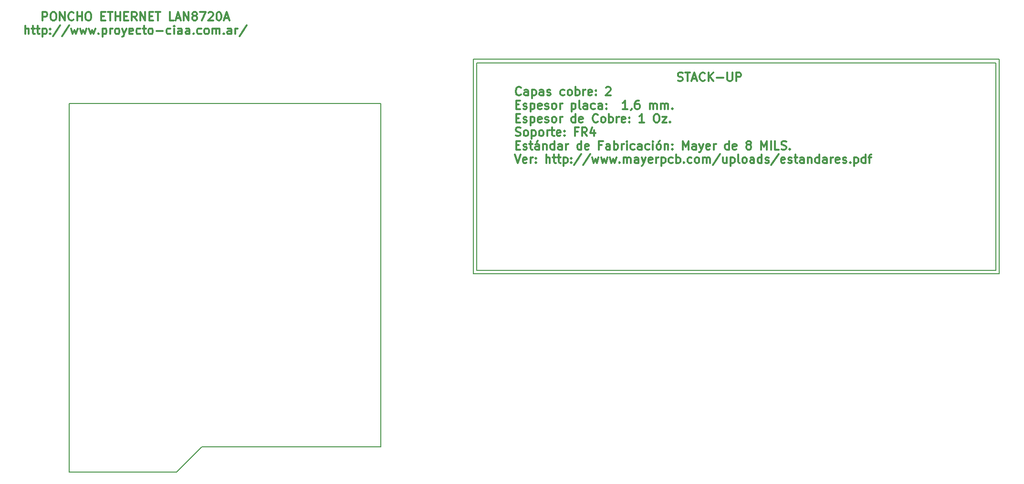
<source format=gbr>
G04 #@! TF.FileFunction,Drawing*
%FSLAX46Y46*%
G04 Gerber Fmt 4.6, Leading zero omitted, Abs format (unit mm)*
G04 Created by KiCad (PCBNEW 4.0.2+dfsg1-2~bpo8+1-stable) date lun 17 oct 2016 17:04:15 ART*
%MOMM*%
G01*
G04 APERTURE LIST*
%ADD10C,0.100000*%
%ADD11C,0.150000*%
%ADD12C,0.300000*%
%ADD13C,0.200000*%
G04 APERTURE END LIST*
D10*
D11*
X91195000Y-68750000D02*
X91195000Y-134155000D01*
X146440000Y-68750000D02*
X91195000Y-68750000D01*
X146440000Y-129710000D02*
X146440000Y-68750000D01*
X114690000Y-129710000D02*
X146440000Y-129710000D01*
X110245000Y-134155000D02*
X114690000Y-129710000D01*
X91195000Y-134155000D02*
X110245000Y-134155000D01*
D12*
X171304286Y-67145714D02*
X171232857Y-67217143D01*
X171018571Y-67288571D01*
X170875714Y-67288571D01*
X170661429Y-67217143D01*
X170518571Y-67074286D01*
X170447143Y-66931429D01*
X170375714Y-66645714D01*
X170375714Y-66431429D01*
X170447143Y-66145714D01*
X170518571Y-66002857D01*
X170661429Y-65860000D01*
X170875714Y-65788571D01*
X171018571Y-65788571D01*
X171232857Y-65860000D01*
X171304286Y-65931429D01*
X172590000Y-67288571D02*
X172590000Y-66502857D01*
X172518571Y-66360000D01*
X172375714Y-66288571D01*
X172090000Y-66288571D01*
X171947143Y-66360000D01*
X172590000Y-67217143D02*
X172447143Y-67288571D01*
X172090000Y-67288571D01*
X171947143Y-67217143D01*
X171875714Y-67074286D01*
X171875714Y-66931429D01*
X171947143Y-66788571D01*
X172090000Y-66717143D01*
X172447143Y-66717143D01*
X172590000Y-66645714D01*
X173304286Y-66288571D02*
X173304286Y-67788571D01*
X173304286Y-66360000D02*
X173447143Y-66288571D01*
X173732857Y-66288571D01*
X173875714Y-66360000D01*
X173947143Y-66431429D01*
X174018572Y-66574286D01*
X174018572Y-67002857D01*
X173947143Y-67145714D01*
X173875714Y-67217143D01*
X173732857Y-67288571D01*
X173447143Y-67288571D01*
X173304286Y-67217143D01*
X175304286Y-67288571D02*
X175304286Y-66502857D01*
X175232857Y-66360000D01*
X175090000Y-66288571D01*
X174804286Y-66288571D01*
X174661429Y-66360000D01*
X175304286Y-67217143D02*
X175161429Y-67288571D01*
X174804286Y-67288571D01*
X174661429Y-67217143D01*
X174590000Y-67074286D01*
X174590000Y-66931429D01*
X174661429Y-66788571D01*
X174804286Y-66717143D01*
X175161429Y-66717143D01*
X175304286Y-66645714D01*
X175947143Y-67217143D02*
X176090000Y-67288571D01*
X176375715Y-67288571D01*
X176518572Y-67217143D01*
X176590000Y-67074286D01*
X176590000Y-67002857D01*
X176518572Y-66860000D01*
X176375715Y-66788571D01*
X176161429Y-66788571D01*
X176018572Y-66717143D01*
X175947143Y-66574286D01*
X175947143Y-66502857D01*
X176018572Y-66360000D01*
X176161429Y-66288571D01*
X176375715Y-66288571D01*
X176518572Y-66360000D01*
X179018572Y-67217143D02*
X178875715Y-67288571D01*
X178590001Y-67288571D01*
X178447143Y-67217143D01*
X178375715Y-67145714D01*
X178304286Y-67002857D01*
X178304286Y-66574286D01*
X178375715Y-66431429D01*
X178447143Y-66360000D01*
X178590001Y-66288571D01*
X178875715Y-66288571D01*
X179018572Y-66360000D01*
X179875715Y-67288571D02*
X179732857Y-67217143D01*
X179661429Y-67145714D01*
X179590000Y-67002857D01*
X179590000Y-66574286D01*
X179661429Y-66431429D01*
X179732857Y-66360000D01*
X179875715Y-66288571D01*
X180090000Y-66288571D01*
X180232857Y-66360000D01*
X180304286Y-66431429D01*
X180375715Y-66574286D01*
X180375715Y-67002857D01*
X180304286Y-67145714D01*
X180232857Y-67217143D01*
X180090000Y-67288571D01*
X179875715Y-67288571D01*
X181018572Y-67288571D02*
X181018572Y-65788571D01*
X181018572Y-66360000D02*
X181161429Y-66288571D01*
X181447143Y-66288571D01*
X181590000Y-66360000D01*
X181661429Y-66431429D01*
X181732858Y-66574286D01*
X181732858Y-67002857D01*
X181661429Y-67145714D01*
X181590000Y-67217143D01*
X181447143Y-67288571D01*
X181161429Y-67288571D01*
X181018572Y-67217143D01*
X182375715Y-67288571D02*
X182375715Y-66288571D01*
X182375715Y-66574286D02*
X182447143Y-66431429D01*
X182518572Y-66360000D01*
X182661429Y-66288571D01*
X182804286Y-66288571D01*
X183875714Y-67217143D02*
X183732857Y-67288571D01*
X183447143Y-67288571D01*
X183304286Y-67217143D01*
X183232857Y-67074286D01*
X183232857Y-66502857D01*
X183304286Y-66360000D01*
X183447143Y-66288571D01*
X183732857Y-66288571D01*
X183875714Y-66360000D01*
X183947143Y-66502857D01*
X183947143Y-66645714D01*
X183232857Y-66788571D01*
X184590000Y-67145714D02*
X184661428Y-67217143D01*
X184590000Y-67288571D01*
X184518571Y-67217143D01*
X184590000Y-67145714D01*
X184590000Y-67288571D01*
X184590000Y-66360000D02*
X184661428Y-66431429D01*
X184590000Y-66502857D01*
X184518571Y-66431429D01*
X184590000Y-66360000D01*
X184590000Y-66502857D01*
X186375714Y-65931429D02*
X186447143Y-65860000D01*
X186590000Y-65788571D01*
X186947143Y-65788571D01*
X187090000Y-65860000D01*
X187161429Y-65931429D01*
X187232857Y-66074286D01*
X187232857Y-66217143D01*
X187161429Y-66431429D01*
X186304286Y-67288571D01*
X187232857Y-67288571D01*
X170447143Y-68902857D02*
X170947143Y-68902857D01*
X171161429Y-69688571D02*
X170447143Y-69688571D01*
X170447143Y-68188571D01*
X171161429Y-68188571D01*
X171732857Y-69617143D02*
X171875714Y-69688571D01*
X172161429Y-69688571D01*
X172304286Y-69617143D01*
X172375714Y-69474286D01*
X172375714Y-69402857D01*
X172304286Y-69260000D01*
X172161429Y-69188571D01*
X171947143Y-69188571D01*
X171804286Y-69117143D01*
X171732857Y-68974286D01*
X171732857Y-68902857D01*
X171804286Y-68760000D01*
X171947143Y-68688571D01*
X172161429Y-68688571D01*
X172304286Y-68760000D01*
X173018572Y-68688571D02*
X173018572Y-70188571D01*
X173018572Y-68760000D02*
X173161429Y-68688571D01*
X173447143Y-68688571D01*
X173590000Y-68760000D01*
X173661429Y-68831429D01*
X173732858Y-68974286D01*
X173732858Y-69402857D01*
X173661429Y-69545714D01*
X173590000Y-69617143D01*
X173447143Y-69688571D01*
X173161429Y-69688571D01*
X173018572Y-69617143D01*
X174947143Y-69617143D02*
X174804286Y-69688571D01*
X174518572Y-69688571D01*
X174375715Y-69617143D01*
X174304286Y-69474286D01*
X174304286Y-68902857D01*
X174375715Y-68760000D01*
X174518572Y-68688571D01*
X174804286Y-68688571D01*
X174947143Y-68760000D01*
X175018572Y-68902857D01*
X175018572Y-69045714D01*
X174304286Y-69188571D01*
X175590000Y-69617143D02*
X175732857Y-69688571D01*
X176018572Y-69688571D01*
X176161429Y-69617143D01*
X176232857Y-69474286D01*
X176232857Y-69402857D01*
X176161429Y-69260000D01*
X176018572Y-69188571D01*
X175804286Y-69188571D01*
X175661429Y-69117143D01*
X175590000Y-68974286D01*
X175590000Y-68902857D01*
X175661429Y-68760000D01*
X175804286Y-68688571D01*
X176018572Y-68688571D01*
X176161429Y-68760000D01*
X177090001Y-69688571D02*
X176947143Y-69617143D01*
X176875715Y-69545714D01*
X176804286Y-69402857D01*
X176804286Y-68974286D01*
X176875715Y-68831429D01*
X176947143Y-68760000D01*
X177090001Y-68688571D01*
X177304286Y-68688571D01*
X177447143Y-68760000D01*
X177518572Y-68831429D01*
X177590001Y-68974286D01*
X177590001Y-69402857D01*
X177518572Y-69545714D01*
X177447143Y-69617143D01*
X177304286Y-69688571D01*
X177090001Y-69688571D01*
X178232858Y-69688571D02*
X178232858Y-68688571D01*
X178232858Y-68974286D02*
X178304286Y-68831429D01*
X178375715Y-68760000D01*
X178518572Y-68688571D01*
X178661429Y-68688571D01*
X180304286Y-68688571D02*
X180304286Y-70188571D01*
X180304286Y-68760000D02*
X180447143Y-68688571D01*
X180732857Y-68688571D01*
X180875714Y-68760000D01*
X180947143Y-68831429D01*
X181018572Y-68974286D01*
X181018572Y-69402857D01*
X180947143Y-69545714D01*
X180875714Y-69617143D01*
X180732857Y-69688571D01*
X180447143Y-69688571D01*
X180304286Y-69617143D01*
X181875715Y-69688571D02*
X181732857Y-69617143D01*
X181661429Y-69474286D01*
X181661429Y-68188571D01*
X183090000Y-69688571D02*
X183090000Y-68902857D01*
X183018571Y-68760000D01*
X182875714Y-68688571D01*
X182590000Y-68688571D01*
X182447143Y-68760000D01*
X183090000Y-69617143D02*
X182947143Y-69688571D01*
X182590000Y-69688571D01*
X182447143Y-69617143D01*
X182375714Y-69474286D01*
X182375714Y-69331429D01*
X182447143Y-69188571D01*
X182590000Y-69117143D01*
X182947143Y-69117143D01*
X183090000Y-69045714D01*
X184447143Y-69617143D02*
X184304286Y-69688571D01*
X184018572Y-69688571D01*
X183875714Y-69617143D01*
X183804286Y-69545714D01*
X183732857Y-69402857D01*
X183732857Y-68974286D01*
X183804286Y-68831429D01*
X183875714Y-68760000D01*
X184018572Y-68688571D01*
X184304286Y-68688571D01*
X184447143Y-68760000D01*
X185732857Y-69688571D02*
X185732857Y-68902857D01*
X185661428Y-68760000D01*
X185518571Y-68688571D01*
X185232857Y-68688571D01*
X185090000Y-68760000D01*
X185732857Y-69617143D02*
X185590000Y-69688571D01*
X185232857Y-69688571D01*
X185090000Y-69617143D01*
X185018571Y-69474286D01*
X185018571Y-69331429D01*
X185090000Y-69188571D01*
X185232857Y-69117143D01*
X185590000Y-69117143D01*
X185732857Y-69045714D01*
X186447143Y-69545714D02*
X186518571Y-69617143D01*
X186447143Y-69688571D01*
X186375714Y-69617143D01*
X186447143Y-69545714D01*
X186447143Y-69688571D01*
X186447143Y-68760000D02*
X186518571Y-68831429D01*
X186447143Y-68902857D01*
X186375714Y-68831429D01*
X186447143Y-68760000D01*
X186447143Y-68902857D01*
X190232857Y-69688571D02*
X189375714Y-69688571D01*
X189804286Y-69688571D02*
X189804286Y-68188571D01*
X189661429Y-68402857D01*
X189518571Y-68545714D01*
X189375714Y-68617143D01*
X190947142Y-69617143D02*
X190947142Y-69688571D01*
X190875714Y-69831429D01*
X190804285Y-69902857D01*
X192232857Y-68188571D02*
X191947143Y-68188571D01*
X191804286Y-68260000D01*
X191732857Y-68331429D01*
X191590000Y-68545714D01*
X191518571Y-68831429D01*
X191518571Y-69402857D01*
X191590000Y-69545714D01*
X191661428Y-69617143D01*
X191804286Y-69688571D01*
X192090000Y-69688571D01*
X192232857Y-69617143D01*
X192304286Y-69545714D01*
X192375714Y-69402857D01*
X192375714Y-69045714D01*
X192304286Y-68902857D01*
X192232857Y-68831429D01*
X192090000Y-68760000D01*
X191804286Y-68760000D01*
X191661428Y-68831429D01*
X191590000Y-68902857D01*
X191518571Y-69045714D01*
X194161428Y-69688571D02*
X194161428Y-68688571D01*
X194161428Y-68831429D02*
X194232856Y-68760000D01*
X194375714Y-68688571D01*
X194589999Y-68688571D01*
X194732856Y-68760000D01*
X194804285Y-68902857D01*
X194804285Y-69688571D01*
X194804285Y-68902857D02*
X194875714Y-68760000D01*
X195018571Y-68688571D01*
X195232856Y-68688571D01*
X195375714Y-68760000D01*
X195447142Y-68902857D01*
X195447142Y-69688571D01*
X196161428Y-69688571D02*
X196161428Y-68688571D01*
X196161428Y-68831429D02*
X196232856Y-68760000D01*
X196375714Y-68688571D01*
X196589999Y-68688571D01*
X196732856Y-68760000D01*
X196804285Y-68902857D01*
X196804285Y-69688571D01*
X196804285Y-68902857D02*
X196875714Y-68760000D01*
X197018571Y-68688571D01*
X197232856Y-68688571D01*
X197375714Y-68760000D01*
X197447142Y-68902857D01*
X197447142Y-69688571D01*
X198161428Y-69545714D02*
X198232856Y-69617143D01*
X198161428Y-69688571D01*
X198089999Y-69617143D01*
X198161428Y-69545714D01*
X198161428Y-69688571D01*
X170447143Y-71302857D02*
X170947143Y-71302857D01*
X171161429Y-72088571D02*
X170447143Y-72088571D01*
X170447143Y-70588571D01*
X171161429Y-70588571D01*
X171732857Y-72017143D02*
X171875714Y-72088571D01*
X172161429Y-72088571D01*
X172304286Y-72017143D01*
X172375714Y-71874286D01*
X172375714Y-71802857D01*
X172304286Y-71660000D01*
X172161429Y-71588571D01*
X171947143Y-71588571D01*
X171804286Y-71517143D01*
X171732857Y-71374286D01*
X171732857Y-71302857D01*
X171804286Y-71160000D01*
X171947143Y-71088571D01*
X172161429Y-71088571D01*
X172304286Y-71160000D01*
X173018572Y-71088571D02*
X173018572Y-72588571D01*
X173018572Y-71160000D02*
X173161429Y-71088571D01*
X173447143Y-71088571D01*
X173590000Y-71160000D01*
X173661429Y-71231429D01*
X173732858Y-71374286D01*
X173732858Y-71802857D01*
X173661429Y-71945714D01*
X173590000Y-72017143D01*
X173447143Y-72088571D01*
X173161429Y-72088571D01*
X173018572Y-72017143D01*
X174947143Y-72017143D02*
X174804286Y-72088571D01*
X174518572Y-72088571D01*
X174375715Y-72017143D01*
X174304286Y-71874286D01*
X174304286Y-71302857D01*
X174375715Y-71160000D01*
X174518572Y-71088571D01*
X174804286Y-71088571D01*
X174947143Y-71160000D01*
X175018572Y-71302857D01*
X175018572Y-71445714D01*
X174304286Y-71588571D01*
X175590000Y-72017143D02*
X175732857Y-72088571D01*
X176018572Y-72088571D01*
X176161429Y-72017143D01*
X176232857Y-71874286D01*
X176232857Y-71802857D01*
X176161429Y-71660000D01*
X176018572Y-71588571D01*
X175804286Y-71588571D01*
X175661429Y-71517143D01*
X175590000Y-71374286D01*
X175590000Y-71302857D01*
X175661429Y-71160000D01*
X175804286Y-71088571D01*
X176018572Y-71088571D01*
X176161429Y-71160000D01*
X177090001Y-72088571D02*
X176947143Y-72017143D01*
X176875715Y-71945714D01*
X176804286Y-71802857D01*
X176804286Y-71374286D01*
X176875715Y-71231429D01*
X176947143Y-71160000D01*
X177090001Y-71088571D01*
X177304286Y-71088571D01*
X177447143Y-71160000D01*
X177518572Y-71231429D01*
X177590001Y-71374286D01*
X177590001Y-71802857D01*
X177518572Y-71945714D01*
X177447143Y-72017143D01*
X177304286Y-72088571D01*
X177090001Y-72088571D01*
X178232858Y-72088571D02*
X178232858Y-71088571D01*
X178232858Y-71374286D02*
X178304286Y-71231429D01*
X178375715Y-71160000D01*
X178518572Y-71088571D01*
X178661429Y-71088571D01*
X180947143Y-72088571D02*
X180947143Y-70588571D01*
X180947143Y-72017143D02*
X180804286Y-72088571D01*
X180518572Y-72088571D01*
X180375714Y-72017143D01*
X180304286Y-71945714D01*
X180232857Y-71802857D01*
X180232857Y-71374286D01*
X180304286Y-71231429D01*
X180375714Y-71160000D01*
X180518572Y-71088571D01*
X180804286Y-71088571D01*
X180947143Y-71160000D01*
X182232857Y-72017143D02*
X182090000Y-72088571D01*
X181804286Y-72088571D01*
X181661429Y-72017143D01*
X181590000Y-71874286D01*
X181590000Y-71302857D01*
X181661429Y-71160000D01*
X181804286Y-71088571D01*
X182090000Y-71088571D01*
X182232857Y-71160000D01*
X182304286Y-71302857D01*
X182304286Y-71445714D01*
X181590000Y-71588571D01*
X184947143Y-71945714D02*
X184875714Y-72017143D01*
X184661428Y-72088571D01*
X184518571Y-72088571D01*
X184304286Y-72017143D01*
X184161428Y-71874286D01*
X184090000Y-71731429D01*
X184018571Y-71445714D01*
X184018571Y-71231429D01*
X184090000Y-70945714D01*
X184161428Y-70802857D01*
X184304286Y-70660000D01*
X184518571Y-70588571D01*
X184661428Y-70588571D01*
X184875714Y-70660000D01*
X184947143Y-70731429D01*
X185804286Y-72088571D02*
X185661428Y-72017143D01*
X185590000Y-71945714D01*
X185518571Y-71802857D01*
X185518571Y-71374286D01*
X185590000Y-71231429D01*
X185661428Y-71160000D01*
X185804286Y-71088571D01*
X186018571Y-71088571D01*
X186161428Y-71160000D01*
X186232857Y-71231429D01*
X186304286Y-71374286D01*
X186304286Y-71802857D01*
X186232857Y-71945714D01*
X186161428Y-72017143D01*
X186018571Y-72088571D01*
X185804286Y-72088571D01*
X186947143Y-72088571D02*
X186947143Y-70588571D01*
X186947143Y-71160000D02*
X187090000Y-71088571D01*
X187375714Y-71088571D01*
X187518571Y-71160000D01*
X187590000Y-71231429D01*
X187661429Y-71374286D01*
X187661429Y-71802857D01*
X187590000Y-71945714D01*
X187518571Y-72017143D01*
X187375714Y-72088571D01*
X187090000Y-72088571D01*
X186947143Y-72017143D01*
X188304286Y-72088571D02*
X188304286Y-71088571D01*
X188304286Y-71374286D02*
X188375714Y-71231429D01*
X188447143Y-71160000D01*
X188590000Y-71088571D01*
X188732857Y-71088571D01*
X189804285Y-72017143D02*
X189661428Y-72088571D01*
X189375714Y-72088571D01*
X189232857Y-72017143D01*
X189161428Y-71874286D01*
X189161428Y-71302857D01*
X189232857Y-71160000D01*
X189375714Y-71088571D01*
X189661428Y-71088571D01*
X189804285Y-71160000D01*
X189875714Y-71302857D01*
X189875714Y-71445714D01*
X189161428Y-71588571D01*
X190518571Y-71945714D02*
X190589999Y-72017143D01*
X190518571Y-72088571D01*
X190447142Y-72017143D01*
X190518571Y-71945714D01*
X190518571Y-72088571D01*
X190518571Y-71160000D02*
X190589999Y-71231429D01*
X190518571Y-71302857D01*
X190447142Y-71231429D01*
X190518571Y-71160000D01*
X190518571Y-71302857D01*
X193161428Y-72088571D02*
X192304285Y-72088571D01*
X192732857Y-72088571D02*
X192732857Y-70588571D01*
X192590000Y-70802857D01*
X192447142Y-70945714D01*
X192304285Y-71017143D01*
X195232856Y-70588571D02*
X195518570Y-70588571D01*
X195661428Y-70660000D01*
X195804285Y-70802857D01*
X195875713Y-71088571D01*
X195875713Y-71588571D01*
X195804285Y-71874286D01*
X195661428Y-72017143D01*
X195518570Y-72088571D01*
X195232856Y-72088571D01*
X195089999Y-72017143D01*
X194947142Y-71874286D01*
X194875713Y-71588571D01*
X194875713Y-71088571D01*
X194947142Y-70802857D01*
X195089999Y-70660000D01*
X195232856Y-70588571D01*
X196375714Y-71088571D02*
X197161428Y-71088571D01*
X196375714Y-72088571D01*
X197161428Y-72088571D01*
X197732857Y-71945714D02*
X197804285Y-72017143D01*
X197732857Y-72088571D01*
X197661428Y-72017143D01*
X197732857Y-71945714D01*
X197732857Y-72088571D01*
X170375714Y-74417143D02*
X170590000Y-74488571D01*
X170947143Y-74488571D01*
X171090000Y-74417143D01*
X171161429Y-74345714D01*
X171232857Y-74202857D01*
X171232857Y-74060000D01*
X171161429Y-73917143D01*
X171090000Y-73845714D01*
X170947143Y-73774286D01*
X170661429Y-73702857D01*
X170518571Y-73631429D01*
X170447143Y-73560000D01*
X170375714Y-73417143D01*
X170375714Y-73274286D01*
X170447143Y-73131429D01*
X170518571Y-73060000D01*
X170661429Y-72988571D01*
X171018571Y-72988571D01*
X171232857Y-73060000D01*
X172090000Y-74488571D02*
X171947142Y-74417143D01*
X171875714Y-74345714D01*
X171804285Y-74202857D01*
X171804285Y-73774286D01*
X171875714Y-73631429D01*
X171947142Y-73560000D01*
X172090000Y-73488571D01*
X172304285Y-73488571D01*
X172447142Y-73560000D01*
X172518571Y-73631429D01*
X172590000Y-73774286D01*
X172590000Y-74202857D01*
X172518571Y-74345714D01*
X172447142Y-74417143D01*
X172304285Y-74488571D01*
X172090000Y-74488571D01*
X173232857Y-73488571D02*
X173232857Y-74988571D01*
X173232857Y-73560000D02*
X173375714Y-73488571D01*
X173661428Y-73488571D01*
X173804285Y-73560000D01*
X173875714Y-73631429D01*
X173947143Y-73774286D01*
X173947143Y-74202857D01*
X173875714Y-74345714D01*
X173804285Y-74417143D01*
X173661428Y-74488571D01*
X173375714Y-74488571D01*
X173232857Y-74417143D01*
X174804286Y-74488571D02*
X174661428Y-74417143D01*
X174590000Y-74345714D01*
X174518571Y-74202857D01*
X174518571Y-73774286D01*
X174590000Y-73631429D01*
X174661428Y-73560000D01*
X174804286Y-73488571D01*
X175018571Y-73488571D01*
X175161428Y-73560000D01*
X175232857Y-73631429D01*
X175304286Y-73774286D01*
X175304286Y-74202857D01*
X175232857Y-74345714D01*
X175161428Y-74417143D01*
X175018571Y-74488571D01*
X174804286Y-74488571D01*
X175947143Y-74488571D02*
X175947143Y-73488571D01*
X175947143Y-73774286D02*
X176018571Y-73631429D01*
X176090000Y-73560000D01*
X176232857Y-73488571D01*
X176375714Y-73488571D01*
X176661428Y-73488571D02*
X177232857Y-73488571D01*
X176875714Y-72988571D02*
X176875714Y-74274286D01*
X176947142Y-74417143D01*
X177090000Y-74488571D01*
X177232857Y-74488571D01*
X178304285Y-74417143D02*
X178161428Y-74488571D01*
X177875714Y-74488571D01*
X177732857Y-74417143D01*
X177661428Y-74274286D01*
X177661428Y-73702857D01*
X177732857Y-73560000D01*
X177875714Y-73488571D01*
X178161428Y-73488571D01*
X178304285Y-73560000D01*
X178375714Y-73702857D01*
X178375714Y-73845714D01*
X177661428Y-73988571D01*
X179018571Y-74345714D02*
X179089999Y-74417143D01*
X179018571Y-74488571D01*
X178947142Y-74417143D01*
X179018571Y-74345714D01*
X179018571Y-74488571D01*
X179018571Y-73560000D02*
X179089999Y-73631429D01*
X179018571Y-73702857D01*
X178947142Y-73631429D01*
X179018571Y-73560000D01*
X179018571Y-73702857D01*
X181375714Y-73702857D02*
X180875714Y-73702857D01*
X180875714Y-74488571D02*
X180875714Y-72988571D01*
X181590000Y-72988571D01*
X183018571Y-74488571D02*
X182518571Y-73774286D01*
X182161428Y-74488571D02*
X182161428Y-72988571D01*
X182732856Y-72988571D01*
X182875714Y-73060000D01*
X182947142Y-73131429D01*
X183018571Y-73274286D01*
X183018571Y-73488571D01*
X182947142Y-73631429D01*
X182875714Y-73702857D01*
X182732856Y-73774286D01*
X182161428Y-73774286D01*
X184304285Y-73488571D02*
X184304285Y-74488571D01*
X183947142Y-72917143D02*
X183589999Y-73988571D01*
X184518571Y-73988571D01*
X170447143Y-76102857D02*
X170947143Y-76102857D01*
X171161429Y-76888571D02*
X170447143Y-76888571D01*
X170447143Y-75388571D01*
X171161429Y-75388571D01*
X171732857Y-76817143D02*
X171875714Y-76888571D01*
X172161429Y-76888571D01*
X172304286Y-76817143D01*
X172375714Y-76674286D01*
X172375714Y-76602857D01*
X172304286Y-76460000D01*
X172161429Y-76388571D01*
X171947143Y-76388571D01*
X171804286Y-76317143D01*
X171732857Y-76174286D01*
X171732857Y-76102857D01*
X171804286Y-75960000D01*
X171947143Y-75888571D01*
X172161429Y-75888571D01*
X172304286Y-75960000D01*
X172804286Y-75888571D02*
X173375715Y-75888571D01*
X173018572Y-75388571D02*
X173018572Y-76674286D01*
X173090000Y-76817143D01*
X173232858Y-76888571D01*
X173375715Y-76888571D01*
X174518572Y-76888571D02*
X174518572Y-76102857D01*
X174447143Y-75960000D01*
X174304286Y-75888571D01*
X174018572Y-75888571D01*
X173875715Y-75960000D01*
X174518572Y-76817143D02*
X174375715Y-76888571D01*
X174018572Y-76888571D01*
X173875715Y-76817143D01*
X173804286Y-76674286D01*
X173804286Y-76531429D01*
X173875715Y-76388571D01*
X174018572Y-76317143D01*
X174375715Y-76317143D01*
X174518572Y-76245714D01*
X174304286Y-75317143D02*
X174090001Y-75531429D01*
X175232858Y-75888571D02*
X175232858Y-76888571D01*
X175232858Y-76031429D02*
X175304286Y-75960000D01*
X175447144Y-75888571D01*
X175661429Y-75888571D01*
X175804286Y-75960000D01*
X175875715Y-76102857D01*
X175875715Y-76888571D01*
X177232858Y-76888571D02*
X177232858Y-75388571D01*
X177232858Y-76817143D02*
X177090001Y-76888571D01*
X176804287Y-76888571D01*
X176661429Y-76817143D01*
X176590001Y-76745714D01*
X176518572Y-76602857D01*
X176518572Y-76174286D01*
X176590001Y-76031429D01*
X176661429Y-75960000D01*
X176804287Y-75888571D01*
X177090001Y-75888571D01*
X177232858Y-75960000D01*
X178590001Y-76888571D02*
X178590001Y-76102857D01*
X178518572Y-75960000D01*
X178375715Y-75888571D01*
X178090001Y-75888571D01*
X177947144Y-75960000D01*
X178590001Y-76817143D02*
X178447144Y-76888571D01*
X178090001Y-76888571D01*
X177947144Y-76817143D01*
X177875715Y-76674286D01*
X177875715Y-76531429D01*
X177947144Y-76388571D01*
X178090001Y-76317143D01*
X178447144Y-76317143D01*
X178590001Y-76245714D01*
X179304287Y-76888571D02*
X179304287Y-75888571D01*
X179304287Y-76174286D02*
X179375715Y-76031429D01*
X179447144Y-75960000D01*
X179590001Y-75888571D01*
X179732858Y-75888571D01*
X182018572Y-76888571D02*
X182018572Y-75388571D01*
X182018572Y-76817143D02*
X181875715Y-76888571D01*
X181590001Y-76888571D01*
X181447143Y-76817143D01*
X181375715Y-76745714D01*
X181304286Y-76602857D01*
X181304286Y-76174286D01*
X181375715Y-76031429D01*
X181447143Y-75960000D01*
X181590001Y-75888571D01*
X181875715Y-75888571D01*
X182018572Y-75960000D01*
X183304286Y-76817143D02*
X183161429Y-76888571D01*
X182875715Y-76888571D01*
X182732858Y-76817143D01*
X182661429Y-76674286D01*
X182661429Y-76102857D01*
X182732858Y-75960000D01*
X182875715Y-75888571D01*
X183161429Y-75888571D01*
X183304286Y-75960000D01*
X183375715Y-76102857D01*
X183375715Y-76245714D01*
X182661429Y-76388571D01*
X185661429Y-76102857D02*
X185161429Y-76102857D01*
X185161429Y-76888571D02*
X185161429Y-75388571D01*
X185875715Y-75388571D01*
X187090000Y-76888571D02*
X187090000Y-76102857D01*
X187018571Y-75960000D01*
X186875714Y-75888571D01*
X186590000Y-75888571D01*
X186447143Y-75960000D01*
X187090000Y-76817143D02*
X186947143Y-76888571D01*
X186590000Y-76888571D01*
X186447143Y-76817143D01*
X186375714Y-76674286D01*
X186375714Y-76531429D01*
X186447143Y-76388571D01*
X186590000Y-76317143D01*
X186947143Y-76317143D01*
X187090000Y-76245714D01*
X187804286Y-76888571D02*
X187804286Y-75388571D01*
X187804286Y-75960000D02*
X187947143Y-75888571D01*
X188232857Y-75888571D01*
X188375714Y-75960000D01*
X188447143Y-76031429D01*
X188518572Y-76174286D01*
X188518572Y-76602857D01*
X188447143Y-76745714D01*
X188375714Y-76817143D01*
X188232857Y-76888571D01*
X187947143Y-76888571D01*
X187804286Y-76817143D01*
X189161429Y-76888571D02*
X189161429Y-75888571D01*
X189161429Y-76174286D02*
X189232857Y-76031429D01*
X189304286Y-75960000D01*
X189447143Y-75888571D01*
X189590000Y-75888571D01*
X190090000Y-76888571D02*
X190090000Y-75888571D01*
X190090000Y-75388571D02*
X190018571Y-75460000D01*
X190090000Y-75531429D01*
X190161428Y-75460000D01*
X190090000Y-75388571D01*
X190090000Y-75531429D01*
X191447143Y-76817143D02*
X191304286Y-76888571D01*
X191018572Y-76888571D01*
X190875714Y-76817143D01*
X190804286Y-76745714D01*
X190732857Y-76602857D01*
X190732857Y-76174286D01*
X190804286Y-76031429D01*
X190875714Y-75960000D01*
X191018572Y-75888571D01*
X191304286Y-75888571D01*
X191447143Y-75960000D01*
X192732857Y-76888571D02*
X192732857Y-76102857D01*
X192661428Y-75960000D01*
X192518571Y-75888571D01*
X192232857Y-75888571D01*
X192090000Y-75960000D01*
X192732857Y-76817143D02*
X192590000Y-76888571D01*
X192232857Y-76888571D01*
X192090000Y-76817143D01*
X192018571Y-76674286D01*
X192018571Y-76531429D01*
X192090000Y-76388571D01*
X192232857Y-76317143D01*
X192590000Y-76317143D01*
X192732857Y-76245714D01*
X194090000Y-76817143D02*
X193947143Y-76888571D01*
X193661429Y-76888571D01*
X193518571Y-76817143D01*
X193447143Y-76745714D01*
X193375714Y-76602857D01*
X193375714Y-76174286D01*
X193447143Y-76031429D01*
X193518571Y-75960000D01*
X193661429Y-75888571D01*
X193947143Y-75888571D01*
X194090000Y-75960000D01*
X194732857Y-76888571D02*
X194732857Y-75888571D01*
X194732857Y-75388571D02*
X194661428Y-75460000D01*
X194732857Y-75531429D01*
X194804285Y-75460000D01*
X194732857Y-75388571D01*
X194732857Y-75531429D01*
X195661429Y-76888571D02*
X195518571Y-76817143D01*
X195447143Y-76745714D01*
X195375714Y-76602857D01*
X195375714Y-76174286D01*
X195447143Y-76031429D01*
X195518571Y-75960000D01*
X195661429Y-75888571D01*
X195875714Y-75888571D01*
X196018571Y-75960000D01*
X196090000Y-76031429D01*
X196161429Y-76174286D01*
X196161429Y-76602857D01*
X196090000Y-76745714D01*
X196018571Y-76817143D01*
X195875714Y-76888571D01*
X195661429Y-76888571D01*
X195947143Y-75317143D02*
X195732857Y-75531429D01*
X196804286Y-75888571D02*
X196804286Y-76888571D01*
X196804286Y-76031429D02*
X196875714Y-75960000D01*
X197018572Y-75888571D01*
X197232857Y-75888571D01*
X197375714Y-75960000D01*
X197447143Y-76102857D01*
X197447143Y-76888571D01*
X198161429Y-76745714D02*
X198232857Y-76817143D01*
X198161429Y-76888571D01*
X198090000Y-76817143D01*
X198161429Y-76745714D01*
X198161429Y-76888571D01*
X198161429Y-75960000D02*
X198232857Y-76031429D01*
X198161429Y-76102857D01*
X198090000Y-76031429D01*
X198161429Y-75960000D01*
X198161429Y-76102857D01*
X200018572Y-76888571D02*
X200018572Y-75388571D01*
X200518572Y-76460000D01*
X201018572Y-75388571D01*
X201018572Y-76888571D01*
X202375715Y-76888571D02*
X202375715Y-76102857D01*
X202304286Y-75960000D01*
X202161429Y-75888571D01*
X201875715Y-75888571D01*
X201732858Y-75960000D01*
X202375715Y-76817143D02*
X202232858Y-76888571D01*
X201875715Y-76888571D01*
X201732858Y-76817143D01*
X201661429Y-76674286D01*
X201661429Y-76531429D01*
X201732858Y-76388571D01*
X201875715Y-76317143D01*
X202232858Y-76317143D01*
X202375715Y-76245714D01*
X202947144Y-75888571D02*
X203304287Y-76888571D01*
X203661429Y-75888571D02*
X203304287Y-76888571D01*
X203161429Y-77245714D01*
X203090001Y-77317143D01*
X202947144Y-77388571D01*
X204804286Y-76817143D02*
X204661429Y-76888571D01*
X204375715Y-76888571D01*
X204232858Y-76817143D01*
X204161429Y-76674286D01*
X204161429Y-76102857D01*
X204232858Y-75960000D01*
X204375715Y-75888571D01*
X204661429Y-75888571D01*
X204804286Y-75960000D01*
X204875715Y-76102857D01*
X204875715Y-76245714D01*
X204161429Y-76388571D01*
X205518572Y-76888571D02*
X205518572Y-75888571D01*
X205518572Y-76174286D02*
X205590000Y-76031429D01*
X205661429Y-75960000D01*
X205804286Y-75888571D01*
X205947143Y-75888571D01*
X208232857Y-76888571D02*
X208232857Y-75388571D01*
X208232857Y-76817143D02*
X208090000Y-76888571D01*
X207804286Y-76888571D01*
X207661428Y-76817143D01*
X207590000Y-76745714D01*
X207518571Y-76602857D01*
X207518571Y-76174286D01*
X207590000Y-76031429D01*
X207661428Y-75960000D01*
X207804286Y-75888571D01*
X208090000Y-75888571D01*
X208232857Y-75960000D01*
X209518571Y-76817143D02*
X209375714Y-76888571D01*
X209090000Y-76888571D01*
X208947143Y-76817143D01*
X208875714Y-76674286D01*
X208875714Y-76102857D01*
X208947143Y-75960000D01*
X209090000Y-75888571D01*
X209375714Y-75888571D01*
X209518571Y-75960000D01*
X209590000Y-76102857D01*
X209590000Y-76245714D01*
X208875714Y-76388571D01*
X211590000Y-76031429D02*
X211447142Y-75960000D01*
X211375714Y-75888571D01*
X211304285Y-75745714D01*
X211304285Y-75674286D01*
X211375714Y-75531429D01*
X211447142Y-75460000D01*
X211590000Y-75388571D01*
X211875714Y-75388571D01*
X212018571Y-75460000D01*
X212090000Y-75531429D01*
X212161428Y-75674286D01*
X212161428Y-75745714D01*
X212090000Y-75888571D01*
X212018571Y-75960000D01*
X211875714Y-76031429D01*
X211590000Y-76031429D01*
X211447142Y-76102857D01*
X211375714Y-76174286D01*
X211304285Y-76317143D01*
X211304285Y-76602857D01*
X211375714Y-76745714D01*
X211447142Y-76817143D01*
X211590000Y-76888571D01*
X211875714Y-76888571D01*
X212018571Y-76817143D01*
X212090000Y-76745714D01*
X212161428Y-76602857D01*
X212161428Y-76317143D01*
X212090000Y-76174286D01*
X212018571Y-76102857D01*
X211875714Y-76031429D01*
X213947142Y-76888571D02*
X213947142Y-75388571D01*
X214447142Y-76460000D01*
X214947142Y-75388571D01*
X214947142Y-76888571D01*
X215661428Y-76888571D02*
X215661428Y-75388571D01*
X217090000Y-76888571D02*
X216375714Y-76888571D01*
X216375714Y-75388571D01*
X217518571Y-76817143D02*
X217732857Y-76888571D01*
X218090000Y-76888571D01*
X218232857Y-76817143D01*
X218304286Y-76745714D01*
X218375714Y-76602857D01*
X218375714Y-76460000D01*
X218304286Y-76317143D01*
X218232857Y-76245714D01*
X218090000Y-76174286D01*
X217804286Y-76102857D01*
X217661428Y-76031429D01*
X217590000Y-75960000D01*
X217518571Y-75817143D01*
X217518571Y-75674286D01*
X217590000Y-75531429D01*
X217661428Y-75460000D01*
X217804286Y-75388571D01*
X218161428Y-75388571D01*
X218375714Y-75460000D01*
X219018571Y-76745714D02*
X219089999Y-76817143D01*
X219018571Y-76888571D01*
X218947142Y-76817143D01*
X219018571Y-76745714D01*
X219018571Y-76888571D01*
X170232857Y-77788571D02*
X170732857Y-79288571D01*
X171232857Y-77788571D01*
X172304285Y-79217143D02*
X172161428Y-79288571D01*
X171875714Y-79288571D01*
X171732857Y-79217143D01*
X171661428Y-79074286D01*
X171661428Y-78502857D01*
X171732857Y-78360000D01*
X171875714Y-78288571D01*
X172161428Y-78288571D01*
X172304285Y-78360000D01*
X172375714Y-78502857D01*
X172375714Y-78645714D01*
X171661428Y-78788571D01*
X173018571Y-79288571D02*
X173018571Y-78288571D01*
X173018571Y-78574286D02*
X173089999Y-78431429D01*
X173161428Y-78360000D01*
X173304285Y-78288571D01*
X173447142Y-78288571D01*
X173947142Y-79145714D02*
X174018570Y-79217143D01*
X173947142Y-79288571D01*
X173875713Y-79217143D01*
X173947142Y-79145714D01*
X173947142Y-79288571D01*
X173947142Y-78360000D02*
X174018570Y-78431429D01*
X173947142Y-78502857D01*
X173875713Y-78431429D01*
X173947142Y-78360000D01*
X173947142Y-78502857D01*
X175804285Y-79288571D02*
X175804285Y-77788571D01*
X176447142Y-79288571D02*
X176447142Y-78502857D01*
X176375713Y-78360000D01*
X176232856Y-78288571D01*
X176018571Y-78288571D01*
X175875713Y-78360000D01*
X175804285Y-78431429D01*
X176947142Y-78288571D02*
X177518571Y-78288571D01*
X177161428Y-77788571D02*
X177161428Y-79074286D01*
X177232856Y-79217143D01*
X177375714Y-79288571D01*
X177518571Y-79288571D01*
X177804285Y-78288571D02*
X178375714Y-78288571D01*
X178018571Y-77788571D02*
X178018571Y-79074286D01*
X178089999Y-79217143D01*
X178232857Y-79288571D01*
X178375714Y-79288571D01*
X178875714Y-78288571D02*
X178875714Y-79788571D01*
X178875714Y-78360000D02*
X179018571Y-78288571D01*
X179304285Y-78288571D01*
X179447142Y-78360000D01*
X179518571Y-78431429D01*
X179590000Y-78574286D01*
X179590000Y-79002857D01*
X179518571Y-79145714D01*
X179447142Y-79217143D01*
X179304285Y-79288571D01*
X179018571Y-79288571D01*
X178875714Y-79217143D01*
X180232857Y-79145714D02*
X180304285Y-79217143D01*
X180232857Y-79288571D01*
X180161428Y-79217143D01*
X180232857Y-79145714D01*
X180232857Y-79288571D01*
X180232857Y-78360000D02*
X180304285Y-78431429D01*
X180232857Y-78502857D01*
X180161428Y-78431429D01*
X180232857Y-78360000D01*
X180232857Y-78502857D01*
X182018571Y-77717143D02*
X180732857Y-79645714D01*
X183590000Y-77717143D02*
X182304286Y-79645714D01*
X183947144Y-78288571D02*
X184232858Y-79288571D01*
X184518572Y-78574286D01*
X184804287Y-79288571D01*
X185090001Y-78288571D01*
X185518573Y-78288571D02*
X185804287Y-79288571D01*
X186090001Y-78574286D01*
X186375716Y-79288571D01*
X186661430Y-78288571D01*
X187090002Y-78288571D02*
X187375716Y-79288571D01*
X187661430Y-78574286D01*
X187947145Y-79288571D01*
X188232859Y-78288571D01*
X188804288Y-79145714D02*
X188875716Y-79217143D01*
X188804288Y-79288571D01*
X188732859Y-79217143D01*
X188804288Y-79145714D01*
X188804288Y-79288571D01*
X189518574Y-79288571D02*
X189518574Y-78288571D01*
X189518574Y-78431429D02*
X189590002Y-78360000D01*
X189732860Y-78288571D01*
X189947145Y-78288571D01*
X190090002Y-78360000D01*
X190161431Y-78502857D01*
X190161431Y-79288571D01*
X190161431Y-78502857D02*
X190232860Y-78360000D01*
X190375717Y-78288571D01*
X190590002Y-78288571D01*
X190732860Y-78360000D01*
X190804288Y-78502857D01*
X190804288Y-79288571D01*
X192161431Y-79288571D02*
X192161431Y-78502857D01*
X192090002Y-78360000D01*
X191947145Y-78288571D01*
X191661431Y-78288571D01*
X191518574Y-78360000D01*
X192161431Y-79217143D02*
X192018574Y-79288571D01*
X191661431Y-79288571D01*
X191518574Y-79217143D01*
X191447145Y-79074286D01*
X191447145Y-78931429D01*
X191518574Y-78788571D01*
X191661431Y-78717143D01*
X192018574Y-78717143D01*
X192161431Y-78645714D01*
X192732860Y-78288571D02*
X193090003Y-79288571D01*
X193447145Y-78288571D02*
X193090003Y-79288571D01*
X192947145Y-79645714D01*
X192875717Y-79717143D01*
X192732860Y-79788571D01*
X194590002Y-79217143D02*
X194447145Y-79288571D01*
X194161431Y-79288571D01*
X194018574Y-79217143D01*
X193947145Y-79074286D01*
X193947145Y-78502857D01*
X194018574Y-78360000D01*
X194161431Y-78288571D01*
X194447145Y-78288571D01*
X194590002Y-78360000D01*
X194661431Y-78502857D01*
X194661431Y-78645714D01*
X193947145Y-78788571D01*
X195304288Y-79288571D02*
X195304288Y-78288571D01*
X195304288Y-78574286D02*
X195375716Y-78431429D01*
X195447145Y-78360000D01*
X195590002Y-78288571D01*
X195732859Y-78288571D01*
X196232859Y-78288571D02*
X196232859Y-79788571D01*
X196232859Y-78360000D02*
X196375716Y-78288571D01*
X196661430Y-78288571D01*
X196804287Y-78360000D01*
X196875716Y-78431429D01*
X196947145Y-78574286D01*
X196947145Y-79002857D01*
X196875716Y-79145714D01*
X196804287Y-79217143D01*
X196661430Y-79288571D01*
X196375716Y-79288571D01*
X196232859Y-79217143D01*
X198232859Y-79217143D02*
X198090002Y-79288571D01*
X197804288Y-79288571D01*
X197661430Y-79217143D01*
X197590002Y-79145714D01*
X197518573Y-79002857D01*
X197518573Y-78574286D01*
X197590002Y-78431429D01*
X197661430Y-78360000D01*
X197804288Y-78288571D01*
X198090002Y-78288571D01*
X198232859Y-78360000D01*
X198875716Y-79288571D02*
X198875716Y-77788571D01*
X198875716Y-78360000D02*
X199018573Y-78288571D01*
X199304287Y-78288571D01*
X199447144Y-78360000D01*
X199518573Y-78431429D01*
X199590002Y-78574286D01*
X199590002Y-79002857D01*
X199518573Y-79145714D01*
X199447144Y-79217143D01*
X199304287Y-79288571D01*
X199018573Y-79288571D01*
X198875716Y-79217143D01*
X200232859Y-79145714D02*
X200304287Y-79217143D01*
X200232859Y-79288571D01*
X200161430Y-79217143D01*
X200232859Y-79145714D01*
X200232859Y-79288571D01*
X201590002Y-79217143D02*
X201447145Y-79288571D01*
X201161431Y-79288571D01*
X201018573Y-79217143D01*
X200947145Y-79145714D01*
X200875716Y-79002857D01*
X200875716Y-78574286D01*
X200947145Y-78431429D01*
X201018573Y-78360000D01*
X201161431Y-78288571D01*
X201447145Y-78288571D01*
X201590002Y-78360000D01*
X202447145Y-79288571D02*
X202304287Y-79217143D01*
X202232859Y-79145714D01*
X202161430Y-79002857D01*
X202161430Y-78574286D01*
X202232859Y-78431429D01*
X202304287Y-78360000D01*
X202447145Y-78288571D01*
X202661430Y-78288571D01*
X202804287Y-78360000D01*
X202875716Y-78431429D01*
X202947145Y-78574286D01*
X202947145Y-79002857D01*
X202875716Y-79145714D01*
X202804287Y-79217143D01*
X202661430Y-79288571D01*
X202447145Y-79288571D01*
X203590002Y-79288571D02*
X203590002Y-78288571D01*
X203590002Y-78431429D02*
X203661430Y-78360000D01*
X203804288Y-78288571D01*
X204018573Y-78288571D01*
X204161430Y-78360000D01*
X204232859Y-78502857D01*
X204232859Y-79288571D01*
X204232859Y-78502857D02*
X204304288Y-78360000D01*
X204447145Y-78288571D01*
X204661430Y-78288571D01*
X204804288Y-78360000D01*
X204875716Y-78502857D01*
X204875716Y-79288571D01*
X206661430Y-77717143D02*
X205375716Y-79645714D01*
X207804288Y-78288571D02*
X207804288Y-79288571D01*
X207161431Y-78288571D02*
X207161431Y-79074286D01*
X207232859Y-79217143D01*
X207375717Y-79288571D01*
X207590002Y-79288571D01*
X207732859Y-79217143D01*
X207804288Y-79145714D01*
X208518574Y-78288571D02*
X208518574Y-79788571D01*
X208518574Y-78360000D02*
X208661431Y-78288571D01*
X208947145Y-78288571D01*
X209090002Y-78360000D01*
X209161431Y-78431429D01*
X209232860Y-78574286D01*
X209232860Y-79002857D01*
X209161431Y-79145714D01*
X209090002Y-79217143D01*
X208947145Y-79288571D01*
X208661431Y-79288571D01*
X208518574Y-79217143D01*
X210090003Y-79288571D02*
X209947145Y-79217143D01*
X209875717Y-79074286D01*
X209875717Y-77788571D01*
X210875717Y-79288571D02*
X210732859Y-79217143D01*
X210661431Y-79145714D01*
X210590002Y-79002857D01*
X210590002Y-78574286D01*
X210661431Y-78431429D01*
X210732859Y-78360000D01*
X210875717Y-78288571D01*
X211090002Y-78288571D01*
X211232859Y-78360000D01*
X211304288Y-78431429D01*
X211375717Y-78574286D01*
X211375717Y-79002857D01*
X211304288Y-79145714D01*
X211232859Y-79217143D01*
X211090002Y-79288571D01*
X210875717Y-79288571D01*
X212661431Y-79288571D02*
X212661431Y-78502857D01*
X212590002Y-78360000D01*
X212447145Y-78288571D01*
X212161431Y-78288571D01*
X212018574Y-78360000D01*
X212661431Y-79217143D02*
X212518574Y-79288571D01*
X212161431Y-79288571D01*
X212018574Y-79217143D01*
X211947145Y-79074286D01*
X211947145Y-78931429D01*
X212018574Y-78788571D01*
X212161431Y-78717143D01*
X212518574Y-78717143D01*
X212661431Y-78645714D01*
X214018574Y-79288571D02*
X214018574Y-77788571D01*
X214018574Y-79217143D02*
X213875717Y-79288571D01*
X213590003Y-79288571D01*
X213447145Y-79217143D01*
X213375717Y-79145714D01*
X213304288Y-79002857D01*
X213304288Y-78574286D01*
X213375717Y-78431429D01*
X213447145Y-78360000D01*
X213590003Y-78288571D01*
X213875717Y-78288571D01*
X214018574Y-78360000D01*
X214661431Y-79217143D02*
X214804288Y-79288571D01*
X215090003Y-79288571D01*
X215232860Y-79217143D01*
X215304288Y-79074286D01*
X215304288Y-79002857D01*
X215232860Y-78860000D01*
X215090003Y-78788571D01*
X214875717Y-78788571D01*
X214732860Y-78717143D01*
X214661431Y-78574286D01*
X214661431Y-78502857D01*
X214732860Y-78360000D01*
X214875717Y-78288571D01*
X215090003Y-78288571D01*
X215232860Y-78360000D01*
X217018574Y-77717143D02*
X215732860Y-79645714D01*
X218090003Y-79217143D02*
X217947146Y-79288571D01*
X217661432Y-79288571D01*
X217518575Y-79217143D01*
X217447146Y-79074286D01*
X217447146Y-78502857D01*
X217518575Y-78360000D01*
X217661432Y-78288571D01*
X217947146Y-78288571D01*
X218090003Y-78360000D01*
X218161432Y-78502857D01*
X218161432Y-78645714D01*
X217447146Y-78788571D01*
X218732860Y-79217143D02*
X218875717Y-79288571D01*
X219161432Y-79288571D01*
X219304289Y-79217143D01*
X219375717Y-79074286D01*
X219375717Y-79002857D01*
X219304289Y-78860000D01*
X219161432Y-78788571D01*
X218947146Y-78788571D01*
X218804289Y-78717143D01*
X218732860Y-78574286D01*
X218732860Y-78502857D01*
X218804289Y-78360000D01*
X218947146Y-78288571D01*
X219161432Y-78288571D01*
X219304289Y-78360000D01*
X219804289Y-78288571D02*
X220375718Y-78288571D01*
X220018575Y-77788571D02*
X220018575Y-79074286D01*
X220090003Y-79217143D01*
X220232861Y-79288571D01*
X220375718Y-79288571D01*
X221518575Y-79288571D02*
X221518575Y-78502857D01*
X221447146Y-78360000D01*
X221304289Y-78288571D01*
X221018575Y-78288571D01*
X220875718Y-78360000D01*
X221518575Y-79217143D02*
X221375718Y-79288571D01*
X221018575Y-79288571D01*
X220875718Y-79217143D01*
X220804289Y-79074286D01*
X220804289Y-78931429D01*
X220875718Y-78788571D01*
X221018575Y-78717143D01*
X221375718Y-78717143D01*
X221518575Y-78645714D01*
X222232861Y-78288571D02*
X222232861Y-79288571D01*
X222232861Y-78431429D02*
X222304289Y-78360000D01*
X222447147Y-78288571D01*
X222661432Y-78288571D01*
X222804289Y-78360000D01*
X222875718Y-78502857D01*
X222875718Y-79288571D01*
X224232861Y-79288571D02*
X224232861Y-77788571D01*
X224232861Y-79217143D02*
X224090004Y-79288571D01*
X223804290Y-79288571D01*
X223661432Y-79217143D01*
X223590004Y-79145714D01*
X223518575Y-79002857D01*
X223518575Y-78574286D01*
X223590004Y-78431429D01*
X223661432Y-78360000D01*
X223804290Y-78288571D01*
X224090004Y-78288571D01*
X224232861Y-78360000D01*
X225590004Y-79288571D02*
X225590004Y-78502857D01*
X225518575Y-78360000D01*
X225375718Y-78288571D01*
X225090004Y-78288571D01*
X224947147Y-78360000D01*
X225590004Y-79217143D02*
X225447147Y-79288571D01*
X225090004Y-79288571D01*
X224947147Y-79217143D01*
X224875718Y-79074286D01*
X224875718Y-78931429D01*
X224947147Y-78788571D01*
X225090004Y-78717143D01*
X225447147Y-78717143D01*
X225590004Y-78645714D01*
X226304290Y-79288571D02*
X226304290Y-78288571D01*
X226304290Y-78574286D02*
X226375718Y-78431429D01*
X226447147Y-78360000D01*
X226590004Y-78288571D01*
X226732861Y-78288571D01*
X227804289Y-79217143D02*
X227661432Y-79288571D01*
X227375718Y-79288571D01*
X227232861Y-79217143D01*
X227161432Y-79074286D01*
X227161432Y-78502857D01*
X227232861Y-78360000D01*
X227375718Y-78288571D01*
X227661432Y-78288571D01*
X227804289Y-78360000D01*
X227875718Y-78502857D01*
X227875718Y-78645714D01*
X227161432Y-78788571D01*
X228447146Y-79217143D02*
X228590003Y-79288571D01*
X228875718Y-79288571D01*
X229018575Y-79217143D01*
X229090003Y-79074286D01*
X229090003Y-79002857D01*
X229018575Y-78860000D01*
X228875718Y-78788571D01*
X228661432Y-78788571D01*
X228518575Y-78717143D01*
X228447146Y-78574286D01*
X228447146Y-78502857D01*
X228518575Y-78360000D01*
X228661432Y-78288571D01*
X228875718Y-78288571D01*
X229018575Y-78360000D01*
X229732861Y-79145714D02*
X229804289Y-79217143D01*
X229732861Y-79288571D01*
X229661432Y-79217143D01*
X229732861Y-79145714D01*
X229732861Y-79288571D01*
X230447147Y-78288571D02*
X230447147Y-79788571D01*
X230447147Y-78360000D02*
X230590004Y-78288571D01*
X230875718Y-78288571D01*
X231018575Y-78360000D01*
X231090004Y-78431429D01*
X231161433Y-78574286D01*
X231161433Y-79002857D01*
X231090004Y-79145714D01*
X231018575Y-79217143D01*
X230875718Y-79288571D01*
X230590004Y-79288571D01*
X230447147Y-79217143D01*
X232447147Y-79288571D02*
X232447147Y-77788571D01*
X232447147Y-79217143D02*
X232304290Y-79288571D01*
X232018576Y-79288571D01*
X231875718Y-79217143D01*
X231804290Y-79145714D01*
X231732861Y-79002857D01*
X231732861Y-78574286D01*
X231804290Y-78431429D01*
X231875718Y-78360000D01*
X232018576Y-78288571D01*
X232304290Y-78288571D01*
X232447147Y-78360000D01*
X232947147Y-78288571D02*
X233518576Y-78288571D01*
X233161433Y-79288571D02*
X233161433Y-78002857D01*
X233232861Y-77860000D01*
X233375719Y-77788571D01*
X233518576Y-77788571D01*
X199157857Y-64657143D02*
X199372143Y-64728571D01*
X199729286Y-64728571D01*
X199872143Y-64657143D01*
X199943572Y-64585714D01*
X200015000Y-64442857D01*
X200015000Y-64300000D01*
X199943572Y-64157143D01*
X199872143Y-64085714D01*
X199729286Y-64014286D01*
X199443572Y-63942857D01*
X199300714Y-63871429D01*
X199229286Y-63800000D01*
X199157857Y-63657143D01*
X199157857Y-63514286D01*
X199229286Y-63371429D01*
X199300714Y-63300000D01*
X199443572Y-63228571D01*
X199800714Y-63228571D01*
X200015000Y-63300000D01*
X200443571Y-63228571D02*
X201300714Y-63228571D01*
X200872143Y-64728571D02*
X200872143Y-63228571D01*
X201729285Y-64300000D02*
X202443571Y-64300000D01*
X201586428Y-64728571D02*
X202086428Y-63228571D01*
X202586428Y-64728571D01*
X203943571Y-64585714D02*
X203872142Y-64657143D01*
X203657856Y-64728571D01*
X203514999Y-64728571D01*
X203300714Y-64657143D01*
X203157856Y-64514286D01*
X203086428Y-64371429D01*
X203014999Y-64085714D01*
X203014999Y-63871429D01*
X203086428Y-63585714D01*
X203157856Y-63442857D01*
X203300714Y-63300000D01*
X203514999Y-63228571D01*
X203657856Y-63228571D01*
X203872142Y-63300000D01*
X203943571Y-63371429D01*
X204586428Y-64728571D02*
X204586428Y-63228571D01*
X205443571Y-64728571D02*
X204800714Y-63871429D01*
X205443571Y-63228571D02*
X204586428Y-64085714D01*
X206086428Y-64157143D02*
X207229285Y-64157143D01*
X207943571Y-63228571D02*
X207943571Y-64442857D01*
X208014999Y-64585714D01*
X208086428Y-64657143D01*
X208229285Y-64728571D01*
X208514999Y-64728571D01*
X208657857Y-64657143D01*
X208729285Y-64585714D01*
X208800714Y-64442857D01*
X208800714Y-63228571D01*
X209515000Y-64728571D02*
X209515000Y-63228571D01*
X210086428Y-63228571D01*
X210229286Y-63300000D01*
X210300714Y-63371429D01*
X210372143Y-63514286D01*
X210372143Y-63728571D01*
X210300714Y-63871429D01*
X210229286Y-63942857D01*
X210086428Y-64014286D01*
X209515000Y-64014286D01*
D13*
X255565000Y-61510000D02*
X163490000Y-61510000D01*
X255565000Y-98340000D02*
X255565000Y-61510000D01*
X163490000Y-98340000D02*
X255565000Y-98340000D01*
X163490000Y-61510000D02*
X163490000Y-98340000D01*
X256200000Y-60875000D02*
X162855000Y-60875000D01*
X256200000Y-98975000D02*
X256200000Y-60875000D01*
X162855000Y-98975000D02*
X256200000Y-98975000D01*
X162855000Y-60875000D02*
X162855000Y-98975000D01*
D12*
X86425714Y-53988571D02*
X86425714Y-52488571D01*
X86997142Y-52488571D01*
X87140000Y-52560000D01*
X87211428Y-52631429D01*
X87282857Y-52774286D01*
X87282857Y-52988571D01*
X87211428Y-53131429D01*
X87140000Y-53202857D01*
X86997142Y-53274286D01*
X86425714Y-53274286D01*
X88211428Y-52488571D02*
X88497142Y-52488571D01*
X88640000Y-52560000D01*
X88782857Y-52702857D01*
X88854285Y-52988571D01*
X88854285Y-53488571D01*
X88782857Y-53774286D01*
X88640000Y-53917143D01*
X88497142Y-53988571D01*
X88211428Y-53988571D01*
X88068571Y-53917143D01*
X87925714Y-53774286D01*
X87854285Y-53488571D01*
X87854285Y-52988571D01*
X87925714Y-52702857D01*
X88068571Y-52560000D01*
X88211428Y-52488571D01*
X89497143Y-53988571D02*
X89497143Y-52488571D01*
X90354286Y-53988571D01*
X90354286Y-52488571D01*
X91925715Y-53845714D02*
X91854286Y-53917143D01*
X91640000Y-53988571D01*
X91497143Y-53988571D01*
X91282858Y-53917143D01*
X91140000Y-53774286D01*
X91068572Y-53631429D01*
X90997143Y-53345714D01*
X90997143Y-53131429D01*
X91068572Y-52845714D01*
X91140000Y-52702857D01*
X91282858Y-52560000D01*
X91497143Y-52488571D01*
X91640000Y-52488571D01*
X91854286Y-52560000D01*
X91925715Y-52631429D01*
X92568572Y-53988571D02*
X92568572Y-52488571D01*
X92568572Y-53202857D02*
X93425715Y-53202857D01*
X93425715Y-53988571D02*
X93425715Y-52488571D01*
X94425715Y-52488571D02*
X94711429Y-52488571D01*
X94854287Y-52560000D01*
X94997144Y-52702857D01*
X95068572Y-52988571D01*
X95068572Y-53488571D01*
X94997144Y-53774286D01*
X94854287Y-53917143D01*
X94711429Y-53988571D01*
X94425715Y-53988571D01*
X94282858Y-53917143D01*
X94140001Y-53774286D01*
X94068572Y-53488571D01*
X94068572Y-52988571D01*
X94140001Y-52702857D01*
X94282858Y-52560000D01*
X94425715Y-52488571D01*
X96854287Y-53202857D02*
X97354287Y-53202857D01*
X97568573Y-53988571D02*
X96854287Y-53988571D01*
X96854287Y-52488571D01*
X97568573Y-52488571D01*
X97997144Y-52488571D02*
X98854287Y-52488571D01*
X98425716Y-53988571D02*
X98425716Y-52488571D01*
X99354287Y-53988571D02*
X99354287Y-52488571D01*
X99354287Y-53202857D02*
X100211430Y-53202857D01*
X100211430Y-53988571D02*
X100211430Y-52488571D01*
X100925716Y-53202857D02*
X101425716Y-53202857D01*
X101640002Y-53988571D02*
X100925716Y-53988571D01*
X100925716Y-52488571D01*
X101640002Y-52488571D01*
X103140002Y-53988571D02*
X102640002Y-53274286D01*
X102282859Y-53988571D02*
X102282859Y-52488571D01*
X102854287Y-52488571D01*
X102997145Y-52560000D01*
X103068573Y-52631429D01*
X103140002Y-52774286D01*
X103140002Y-52988571D01*
X103068573Y-53131429D01*
X102997145Y-53202857D01*
X102854287Y-53274286D01*
X102282859Y-53274286D01*
X103782859Y-53988571D02*
X103782859Y-52488571D01*
X104640002Y-53988571D01*
X104640002Y-52488571D01*
X105354288Y-53202857D02*
X105854288Y-53202857D01*
X106068574Y-53988571D02*
X105354288Y-53988571D01*
X105354288Y-52488571D01*
X106068574Y-52488571D01*
X106497145Y-52488571D02*
X107354288Y-52488571D01*
X106925717Y-53988571D02*
X106925717Y-52488571D01*
X109711431Y-53988571D02*
X108997145Y-53988571D01*
X108997145Y-52488571D01*
X110140002Y-53560000D02*
X110854288Y-53560000D01*
X109997145Y-53988571D02*
X110497145Y-52488571D01*
X110997145Y-53988571D01*
X111497145Y-53988571D02*
X111497145Y-52488571D01*
X112354288Y-53988571D01*
X112354288Y-52488571D01*
X113282860Y-53131429D02*
X113140002Y-53060000D01*
X113068574Y-52988571D01*
X112997145Y-52845714D01*
X112997145Y-52774286D01*
X113068574Y-52631429D01*
X113140002Y-52560000D01*
X113282860Y-52488571D01*
X113568574Y-52488571D01*
X113711431Y-52560000D01*
X113782860Y-52631429D01*
X113854288Y-52774286D01*
X113854288Y-52845714D01*
X113782860Y-52988571D01*
X113711431Y-53060000D01*
X113568574Y-53131429D01*
X113282860Y-53131429D01*
X113140002Y-53202857D01*
X113068574Y-53274286D01*
X112997145Y-53417143D01*
X112997145Y-53702857D01*
X113068574Y-53845714D01*
X113140002Y-53917143D01*
X113282860Y-53988571D01*
X113568574Y-53988571D01*
X113711431Y-53917143D01*
X113782860Y-53845714D01*
X113854288Y-53702857D01*
X113854288Y-53417143D01*
X113782860Y-53274286D01*
X113711431Y-53202857D01*
X113568574Y-53131429D01*
X114354288Y-52488571D02*
X115354288Y-52488571D01*
X114711431Y-53988571D01*
X115854287Y-52631429D02*
X115925716Y-52560000D01*
X116068573Y-52488571D01*
X116425716Y-52488571D01*
X116568573Y-52560000D01*
X116640002Y-52631429D01*
X116711430Y-52774286D01*
X116711430Y-52917143D01*
X116640002Y-53131429D01*
X115782859Y-53988571D01*
X116711430Y-53988571D01*
X117640001Y-52488571D02*
X117782858Y-52488571D01*
X117925715Y-52560000D01*
X117997144Y-52631429D01*
X118068573Y-52774286D01*
X118140001Y-53060000D01*
X118140001Y-53417143D01*
X118068573Y-53702857D01*
X117997144Y-53845714D01*
X117925715Y-53917143D01*
X117782858Y-53988571D01*
X117640001Y-53988571D01*
X117497144Y-53917143D01*
X117425715Y-53845714D01*
X117354287Y-53702857D01*
X117282858Y-53417143D01*
X117282858Y-53060000D01*
X117354287Y-52774286D01*
X117425715Y-52631429D01*
X117497144Y-52560000D01*
X117640001Y-52488571D01*
X118711429Y-53560000D02*
X119425715Y-53560000D01*
X118568572Y-53988571D02*
X119068572Y-52488571D01*
X119568572Y-53988571D01*
X83354284Y-56388571D02*
X83354284Y-54888571D01*
X83997141Y-56388571D02*
X83997141Y-55602857D01*
X83925712Y-55460000D01*
X83782855Y-55388571D01*
X83568570Y-55388571D01*
X83425712Y-55460000D01*
X83354284Y-55531429D01*
X84497141Y-55388571D02*
X85068570Y-55388571D01*
X84711427Y-54888571D02*
X84711427Y-56174286D01*
X84782855Y-56317143D01*
X84925713Y-56388571D01*
X85068570Y-56388571D01*
X85354284Y-55388571D02*
X85925713Y-55388571D01*
X85568570Y-54888571D02*
X85568570Y-56174286D01*
X85639998Y-56317143D01*
X85782856Y-56388571D01*
X85925713Y-56388571D01*
X86425713Y-55388571D02*
X86425713Y-56888571D01*
X86425713Y-55460000D02*
X86568570Y-55388571D01*
X86854284Y-55388571D01*
X86997141Y-55460000D01*
X87068570Y-55531429D01*
X87139999Y-55674286D01*
X87139999Y-56102857D01*
X87068570Y-56245714D01*
X86997141Y-56317143D01*
X86854284Y-56388571D01*
X86568570Y-56388571D01*
X86425713Y-56317143D01*
X87782856Y-56245714D02*
X87854284Y-56317143D01*
X87782856Y-56388571D01*
X87711427Y-56317143D01*
X87782856Y-56245714D01*
X87782856Y-56388571D01*
X87782856Y-55460000D02*
X87854284Y-55531429D01*
X87782856Y-55602857D01*
X87711427Y-55531429D01*
X87782856Y-55460000D01*
X87782856Y-55602857D01*
X89568570Y-54817143D02*
X88282856Y-56745714D01*
X91139999Y-54817143D02*
X89854285Y-56745714D01*
X91497143Y-55388571D02*
X91782857Y-56388571D01*
X92068571Y-55674286D01*
X92354286Y-56388571D01*
X92640000Y-55388571D01*
X93068572Y-55388571D02*
X93354286Y-56388571D01*
X93640000Y-55674286D01*
X93925715Y-56388571D01*
X94211429Y-55388571D01*
X94640001Y-55388571D02*
X94925715Y-56388571D01*
X95211429Y-55674286D01*
X95497144Y-56388571D01*
X95782858Y-55388571D01*
X96354287Y-56245714D02*
X96425715Y-56317143D01*
X96354287Y-56388571D01*
X96282858Y-56317143D01*
X96354287Y-56245714D01*
X96354287Y-56388571D01*
X97068573Y-55388571D02*
X97068573Y-56888571D01*
X97068573Y-55460000D02*
X97211430Y-55388571D01*
X97497144Y-55388571D01*
X97640001Y-55460000D01*
X97711430Y-55531429D01*
X97782859Y-55674286D01*
X97782859Y-56102857D01*
X97711430Y-56245714D01*
X97640001Y-56317143D01*
X97497144Y-56388571D01*
X97211430Y-56388571D01*
X97068573Y-56317143D01*
X98425716Y-56388571D02*
X98425716Y-55388571D01*
X98425716Y-55674286D02*
X98497144Y-55531429D01*
X98568573Y-55460000D01*
X98711430Y-55388571D01*
X98854287Y-55388571D01*
X99568573Y-56388571D02*
X99425715Y-56317143D01*
X99354287Y-56245714D01*
X99282858Y-56102857D01*
X99282858Y-55674286D01*
X99354287Y-55531429D01*
X99425715Y-55460000D01*
X99568573Y-55388571D01*
X99782858Y-55388571D01*
X99925715Y-55460000D01*
X99997144Y-55531429D01*
X100068573Y-55674286D01*
X100068573Y-56102857D01*
X99997144Y-56245714D01*
X99925715Y-56317143D01*
X99782858Y-56388571D01*
X99568573Y-56388571D01*
X100568573Y-55388571D02*
X100925716Y-56388571D01*
X101282858Y-55388571D02*
X100925716Y-56388571D01*
X100782858Y-56745714D01*
X100711430Y-56817143D01*
X100568573Y-56888571D01*
X102425715Y-56317143D02*
X102282858Y-56388571D01*
X101997144Y-56388571D01*
X101854287Y-56317143D01*
X101782858Y-56174286D01*
X101782858Y-55602857D01*
X101854287Y-55460000D01*
X101997144Y-55388571D01*
X102282858Y-55388571D01*
X102425715Y-55460000D01*
X102497144Y-55602857D01*
X102497144Y-55745714D01*
X101782858Y-55888571D01*
X103782858Y-56317143D02*
X103640001Y-56388571D01*
X103354287Y-56388571D01*
X103211429Y-56317143D01*
X103140001Y-56245714D01*
X103068572Y-56102857D01*
X103068572Y-55674286D01*
X103140001Y-55531429D01*
X103211429Y-55460000D01*
X103354287Y-55388571D01*
X103640001Y-55388571D01*
X103782858Y-55460000D01*
X104211429Y-55388571D02*
X104782858Y-55388571D01*
X104425715Y-54888571D02*
X104425715Y-56174286D01*
X104497143Y-56317143D01*
X104640001Y-56388571D01*
X104782858Y-56388571D01*
X105497144Y-56388571D02*
X105354286Y-56317143D01*
X105282858Y-56245714D01*
X105211429Y-56102857D01*
X105211429Y-55674286D01*
X105282858Y-55531429D01*
X105354286Y-55460000D01*
X105497144Y-55388571D01*
X105711429Y-55388571D01*
X105854286Y-55460000D01*
X105925715Y-55531429D01*
X105997144Y-55674286D01*
X105997144Y-56102857D01*
X105925715Y-56245714D01*
X105854286Y-56317143D01*
X105711429Y-56388571D01*
X105497144Y-56388571D01*
X106640001Y-55817143D02*
X107782858Y-55817143D01*
X109140001Y-56317143D02*
X108997144Y-56388571D01*
X108711430Y-56388571D01*
X108568572Y-56317143D01*
X108497144Y-56245714D01*
X108425715Y-56102857D01*
X108425715Y-55674286D01*
X108497144Y-55531429D01*
X108568572Y-55460000D01*
X108711430Y-55388571D01*
X108997144Y-55388571D01*
X109140001Y-55460000D01*
X109782858Y-56388571D02*
X109782858Y-55388571D01*
X109782858Y-54888571D02*
X109711429Y-54960000D01*
X109782858Y-55031429D01*
X109854286Y-54960000D01*
X109782858Y-54888571D01*
X109782858Y-55031429D01*
X111140001Y-56388571D02*
X111140001Y-55602857D01*
X111068572Y-55460000D01*
X110925715Y-55388571D01*
X110640001Y-55388571D01*
X110497144Y-55460000D01*
X111140001Y-56317143D02*
X110997144Y-56388571D01*
X110640001Y-56388571D01*
X110497144Y-56317143D01*
X110425715Y-56174286D01*
X110425715Y-56031429D01*
X110497144Y-55888571D01*
X110640001Y-55817143D01*
X110997144Y-55817143D01*
X111140001Y-55745714D01*
X112497144Y-56388571D02*
X112497144Y-55602857D01*
X112425715Y-55460000D01*
X112282858Y-55388571D01*
X111997144Y-55388571D01*
X111854287Y-55460000D01*
X112497144Y-56317143D02*
X112354287Y-56388571D01*
X111997144Y-56388571D01*
X111854287Y-56317143D01*
X111782858Y-56174286D01*
X111782858Y-56031429D01*
X111854287Y-55888571D01*
X111997144Y-55817143D01*
X112354287Y-55817143D01*
X112497144Y-55745714D01*
X113211430Y-56245714D02*
X113282858Y-56317143D01*
X113211430Y-56388571D01*
X113140001Y-56317143D01*
X113211430Y-56245714D01*
X113211430Y-56388571D01*
X114568573Y-56317143D02*
X114425716Y-56388571D01*
X114140002Y-56388571D01*
X113997144Y-56317143D01*
X113925716Y-56245714D01*
X113854287Y-56102857D01*
X113854287Y-55674286D01*
X113925716Y-55531429D01*
X113997144Y-55460000D01*
X114140002Y-55388571D01*
X114425716Y-55388571D01*
X114568573Y-55460000D01*
X115425716Y-56388571D02*
X115282858Y-56317143D01*
X115211430Y-56245714D01*
X115140001Y-56102857D01*
X115140001Y-55674286D01*
X115211430Y-55531429D01*
X115282858Y-55460000D01*
X115425716Y-55388571D01*
X115640001Y-55388571D01*
X115782858Y-55460000D01*
X115854287Y-55531429D01*
X115925716Y-55674286D01*
X115925716Y-56102857D01*
X115854287Y-56245714D01*
X115782858Y-56317143D01*
X115640001Y-56388571D01*
X115425716Y-56388571D01*
X116568573Y-56388571D02*
X116568573Y-55388571D01*
X116568573Y-55531429D02*
X116640001Y-55460000D01*
X116782859Y-55388571D01*
X116997144Y-55388571D01*
X117140001Y-55460000D01*
X117211430Y-55602857D01*
X117211430Y-56388571D01*
X117211430Y-55602857D02*
X117282859Y-55460000D01*
X117425716Y-55388571D01*
X117640001Y-55388571D01*
X117782859Y-55460000D01*
X117854287Y-55602857D01*
X117854287Y-56388571D01*
X118568573Y-56245714D02*
X118640001Y-56317143D01*
X118568573Y-56388571D01*
X118497144Y-56317143D01*
X118568573Y-56245714D01*
X118568573Y-56388571D01*
X119925716Y-56388571D02*
X119925716Y-55602857D01*
X119854287Y-55460000D01*
X119711430Y-55388571D01*
X119425716Y-55388571D01*
X119282859Y-55460000D01*
X119925716Y-56317143D02*
X119782859Y-56388571D01*
X119425716Y-56388571D01*
X119282859Y-56317143D01*
X119211430Y-56174286D01*
X119211430Y-56031429D01*
X119282859Y-55888571D01*
X119425716Y-55817143D01*
X119782859Y-55817143D01*
X119925716Y-55745714D01*
X120640002Y-56388571D02*
X120640002Y-55388571D01*
X120640002Y-55674286D02*
X120711430Y-55531429D01*
X120782859Y-55460000D01*
X120925716Y-55388571D01*
X121068573Y-55388571D01*
X122640001Y-54817143D02*
X121354287Y-56745714D01*
M02*

</source>
